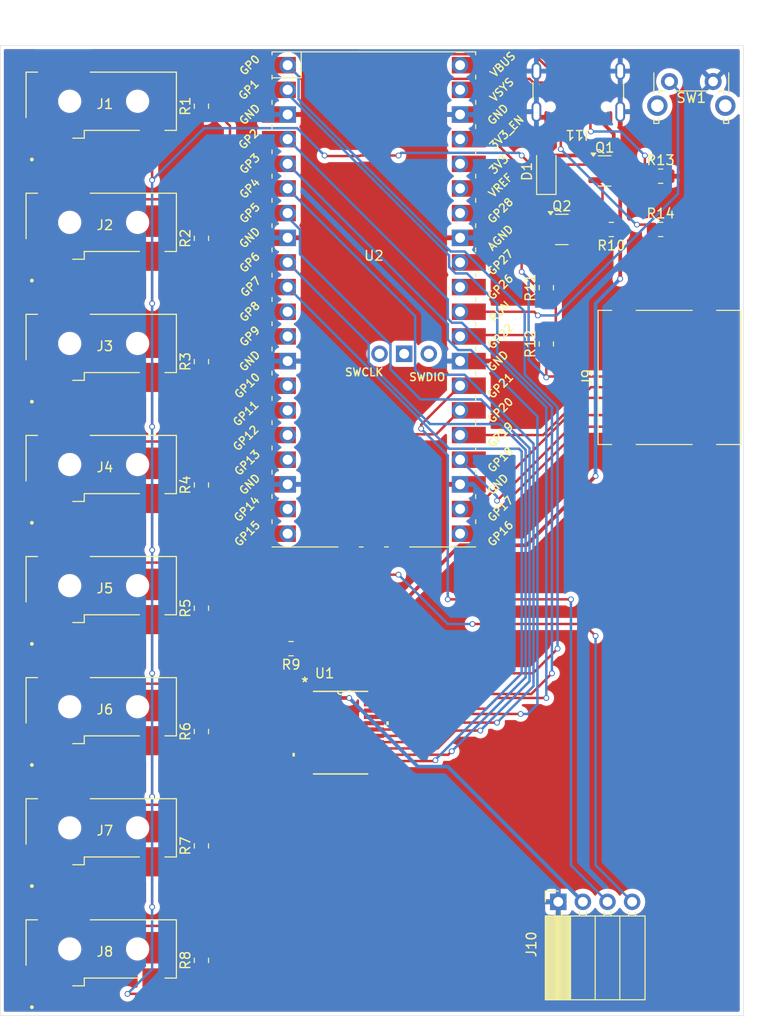
<source format=kicad_pcb>
(kicad_pcb (version 20240108) (generator "pcbnew") (generator_version "8.0")
  (layers (0 "F.Cu" signal) (31 "B.Cu" signal) (34 "B.Paste" user) (35 "F.Paste" user) (36 "B.SilkS" user "B.Silkscreen") (37 "F.SilkS" user "F.Silkscreen") (38 "B.Mask" user) (39 "F.Mask" user) (44 "Edge.Cuts" user))
  (net 0 "")
  (net 2 "GND")
  (net 10 "Net-(D1-K)")
  (net 11 "/D0")
  (net 12 "+5V_SWITCHED")
  (net 13 "/D1")
  (net 14 "/D2")
  (net 15 "/D3")
  (net 16 "/D4")
  (net 17 "/D5")
  (net 18 "/D6")
  (net 19 "/D7")
  (net 21 "/SCLK")
  (net 22 "/MISO")
  (net 23 "/CS")
  (net 24 "/MOSI")
  (net 34 "+5V")
  (net 36 "+3V3")
  (net 39 "/SCL")
  (net 40 "/SDA")
  (net 42 "Net-(U2-RUN)")
  (net 45 "/ADC0")
  (net 46 "/ADC1")
  (net 47 "/USB_DM")
  (net 48 "/USB_DP")
  (net 49 "Net-(Q1-G)")
  (net 50 "/GPIO22")
  (net 51 "Net-(Q2-B)")
  (net 52 "/GPIO15")
  (net 53 "/GPIO6")
  (net 54 "/GPIO4")
  (net 55 "/GPIO1")
  (net 56 "/GPIO0")
  (net 57 "/GPIO3")
  (net 58 "/GPIO5")
  (net 59 "/GPIO7")
  (net 60 "/GPIO2")
  (footprint "Resistor_SMD:R_0805_2012Metric" (layer "F.Cu") (at 35.56 72.0325 90)
    (property "Reference" "R5")
    (property "Value" "10k")
  )
  (footprint "SJ-43515RS-SMT-TR:CUI_SJ-43515RS-SMT-TR" (layer "F.Cu") (at 18.08 110.635)
    (property "Reference" "J8")
    (property "Value" "SJ-43515RS-SMT-TR")
  )
  (footprint "SJ-43515RS-SMT-TR:CUI_SJ-43515RS-SMT-TR" (layer "F.Cu") (at 18.08 85.685)
    (property "Reference" "J6")
    (property "Value" "SJ-43515RS-SMT-TR")
  )
  (footprint "Resistor_SMD:R_0805_2012Metric" (layer "F.Cu") (at 71.12 39.0125 90)
    (property "Reference" "R11")
    (property "Value" "22k")
  )
  (footprint "Resistor_SMD:R_0805_2012Metric" (layer "F.Cu") (at 35.56 96.52 90)
    (property "Reference" "R7")
    (property "Value" "10k")
  )
  (footprint "Button_Switch_THT:SW_Tactile_SPST_Angled_PTS645Vx83-2LFS" (layer "F.Cu") (at 83.82 17.78)
    (property "Reference" "SW1")
    (property "Value" "Reset")
  )
  (footprint "Resistor_SMD:R_0805_2012Metric" (layer "F.Cu") (at 77.8275 33.02 180)
    (property "Reference" "R10")
    (property "Value" "10k")
  )
  (footprint "SJ-43515RS-SMT-TR:CUI_SJ-43515RS-SMT-TR" (layer "F.Cu") (at 18.08 73.21)
    (property "Reference" "J5")
    (property "Value" "SJ-43515RS-SMT-TR")
  )
  (footprint "Resistor_SMD:R_0805_2012Metric" (layer "F.Cu") (at 35.56 46.6325 90)
    (property "Reference" "R3")
    (property "Value" "10k")
  )
  (footprint "Connector_PinSocket_2.54mm:PinSocket_1x04_P2.54mm_Horizontal" (layer "F.Cu") (at 72.35 102.28 90)
    (property "Reference" "J10")
    (property "Value" "OLED Header")
  )
  (footprint "Connector_USB:USB_C_Receptacle_GCT_USB4105-xx-A_16P_TopMnt_Horizontal" (layer "F.Cu") (at 74.42 17.78 180)
    (property "Reference" "J11")
    (property "Value" "USB_C_Receptacle_USB2.0_14P")
  )
  (footprint "Resistor_SMD:R_0805_2012Metric" (layer "F.Cu") (at 35.56 84.7325 90)
    (property "Reference" "R6")
    (property "Value" "10k")
  )
  (footprint "Resistor_SMD:R_0805_2012Metric" (layer "F.Cu") (at 35.56 108.3075 90)
    (property "Reference" "R8")
    (property "Value" "10k")
  )
  (footprint "Diode_SMD:D_SOD-123" (layer "F.Cu") (at 71.12 27.05 90)
    (property "Reference" "D1")
    (property "Value" "D_Schottky")
  )
  (footprint "Connector_Card:microSD_HC_Molex_47219-2001" (layer "F.Cu") (at 83.82 48.26 90)
    (property "Reference" "J9")
    (property "Value" "Micro_SD_Card")
  )
  (footprint "Resistor_SMD:R_0805_2012Metric" (layer "F.Cu") (at 35.56 59.3325 90)
    (property "Reference" "R4")
    (property "Value" "10k")
  )
  (footprint "Package_TO_SOT_SMD:SOT-23" (layer "F.Cu") (at 77.1375 26.99)
    (property "Reference" "Q1")
    (property "Value" "PMOS")
  )
  (footprint "Resistor_SMD:R_0805_2012Metric" (layer "F.Cu") (at 44.8075 76.2 180)
    (property "Reference" "R9")
    (property "Value" "10k")
  )
  (footprint "SJ-43515RS-SMT-TR:CUI_SJ-43515RS-SMT-TR" (layer "F.Cu") (at 18.08 23.31)
    (property "Reference" "J1")
    (property "Value" "SJ-43515RS-SMT-TR")
  )
  (footprint "Resistor_SMD:R_0805_2012Metric" (layer "F.Cu") (at 82.9075 33.02)
    (property "Reference" "R14")
    (property "Value" "5k1")
  )
  (footprint "RPi_Pico:RPi_PicoW_SMD_TH" (layer "F.Cu") (at 42.839999 65.72534)
    (property "Reference" "U2")
    (property "Value" "PicoW")
  )
  (footprint "SJ-43515RS-SMT-TR:CUI_SJ-43515RS-SMT-TR" (layer "F.Cu") (at 18.08 48.26)
    (property "Reference" "J3")
    (property "Value" "SJ-43515RS-SMT-TR")
  )
  (footprint "SN74LVCC3245ADBR:DB24" (layer "F.Cu") (at 49.911 84.854999)
    (property "Reference" "U1")
    (property "Value" "SN74LVCC3245ADBR")
  )
  (footprint "Resistor_SMD:R_0805_2012Metric" (layer "F.Cu") (at 71.12 44.8075 90)
    (property "Reference" "R12")
    (property "Value" "22k")
  )
  (footprint "Resistor_SMD:R_0805_2012Metric" (layer "F.Cu") (at 35.56 20.32 90)
    (property "Reference" "R1")
    (property "Value" "10k")
  )
  (footprint "SJ-43515RS-SMT-TR:CUI_SJ-43515RS-SMT-TR" (layer "F.Cu") (at 18.08 98.16)
    (property "Reference" "J7")
    (property "Value" "SJ-43515RS-SMT-TR")
  )
  (footprint "SJ-43515RS-SMT-TR:CUI_SJ-43515RS-SMT-TR" (layer "F.Cu") (at 18.08 35.785)
    (property "Reference" "J2")
    (property "Value" "SJ-43515RS-SMT-TR")
  )
  (footprint "Package_TO_SOT_SMD:SOT-23" (layer "F.Cu") (at 72.7225 33.02)
    (property "Reference" "Q2")
    (property "Value" "MMBT3904")
  )
  (footprint "Resistor_SMD:R_0805_2012Metric" (layer "F.Cu") (at 35.56 33.9325 90)
    (property "Reference" "R2")
    (property "Value" "10k")
  )
  (footprint "SJ-43515RS-SMT-TR:CUI_SJ-43515RS-SMT-TR" (layer "F.Cu") (at 18.08 60.735)
    (property "Reference" "J4")
    (property "Value" "SJ-43515RS-SMT-TR")
  )
  (footprint "Resistor_SMD:R_0805_2012Metric" (layer "F.Cu") (at 82.9075 27.53)
    (property "Reference" "R13")
    (property "Value" "5k1")
  )
  (gr_rect (start 14.818742 14.067845) (end 91.44 113.978785) (stroke (width 0.05)) (fill none) (layer "Edge.Cuts"))
  (segment (start 66.04 20.32) (end 64.35534 18.63534) (width 0.254) (layer "F.Cu") (net 10))
  (segment (start 66.04 24.22) (end 66.04 20.32) (width 0.254) (layer "F.Cu") (net 10))
  (segment (start 71.12 28.7) (end 70.52 28.7) (width 0.254) (layer "F.Cu") (net 10))
  (segment (start 70.52 28.7) (end 66.04 24.22) (width 0.254) (layer "F.Cu") (net 10))
  (segment (start 64.35534 18.63534) (end 62.229999 18.63534) (width 0.254) (layer "F.Cu") (net 10))
  (segment (start 33.5875 17.435) (end 35.56 19.4075) (width 0.254) (layer "F.Cu") (net 11))
  (segment (start 38.5064 66.04) (end 39.7256 67.2592) (width 0.254) (layer "F.Cu") (net 11))
  (segment (start 35.56 19.4075) (end 38.5064 22.3539) (width 0.254) (layer "F.Cu") (net 11))
  (segment (start 45.124035 82.579997) (end 46.482 82.579997) (width 0.254) (layer "F.Cu") (net 11))
  (segment (start 39.7256 67.2592) (end 39.7256 77.181562) (width 0.254) (layer "F.Cu") (net 11))
  (segment (start 19.98 17.435) (end 33.5875 17.435) (width 0.254) (layer "F.Cu") (net 11))
  (segment (start 38.5064 22.3539) (end 38.5064 66.04) (width 0.254) (layer "F.Cu") (net 11))
  (segment (start 39.7256 77.181562) (end 45.124035 82.579997) (width 0.254) (layer "F.Cu") (net 11))
  (segment (start 30.48 53.34) (end 30.48 49.385) (width 0.254) (layer "F.Cu") (net 12))
  (segment (start 55.88 25.4) (end 51.944945 25.4) (width 0.254) (layer "F.Cu") (net 12))
  (segment (start 30.48 99.285) (end 30.48 102.817555) (width 0.254) (layer "F.Cu") (net 12))
  (segment (start 48.31234 25.45234) (end 48.26 25.4) (width 0.254) (layer "F.Cu") (net 12))
  (segment (start 27.94 111.76) (end 30.48 111.76) (width 0.254) (layer "F.Cu") (net 12))
  (segment (start 30.48 91.44) (end 30.48 85.685) (width 0.254) (layer "F.Cu") (net 12))
  (segment (start 69.52 26.34) (end 68.58 25.4) (width 0.254) (layer "F.Cu") (net 12))
  (segment (start 51.892605 25.45234) (end 48.31234 25.45234) (width 0.254) (layer "F.Cu") (net 12))
  (segment (start 30.48 24.435) (end 30.48 27.94) (width 0.254) (layer "F.Cu") (net 12))
  (segment (start 30.48 40.64) (end 30.48 36.91) (width 0.254) (layer "F.Cu") (net 12))
  (segment (start 30.48 74.335) (end 30.48 78.74) (width 0.254) (layer "F.Cu") (net 12))
  (segment (start 76.2 26.04) (end 75.9 26.34) (width 0.254) (layer "F.Cu") (net 12))
  (segment (start 30.48 61.86) (end 30.48 66.04) (width 0.254) (layer "F.Cu") (net 12))
  (segment (start 75.9 26.34) (end 69.52 26.34) (width 0.254) (layer "F.Cu") (net 12))
  (segment (start 51.944945 25.4) (end 51.892605 25.45234) (width 0.254) (layer "F.Cu") (net 12))
  (via (at 30.48 40.64) (size 0.6) (drill 0.4) (layers "F.Cu" "B.Cu") (net 12))
  (via (at 55.88 25.4) (size 0.6) (drill 0.4) (layers "F.Cu" "B.Cu") (net 12))
  (via (at 30.48 91.44) (size 0.6) (drill 0.4) (layers "F.Cu" "B.Cu") (net 12))
  (via (at 30.48 27.94) (size 0.6) (drill 0.4) (layers "F.Cu" "B.Cu") (net 12))
  (via (at 27.94 111.76) (size 0.6) (drill 0.4) (layers "F.Cu" "B.Cu") (net 12))
  (via (at 30.48 66.04) (size 0.6) (drill 0.4) (layers "F.Cu" "B.Cu") (net 12))
  (via (at 48.26 25.4) (size 0.6) (drill 0.4) (layers "F.Cu" "B.Cu") (net 12))
  (via (at 30.48 53.34) (size 0.6) (drill 0.4) (layers "F.Cu" "B.Cu") (net 12))
  (via (at 68.58 25.4) (size 0.6) (drill 0.4) (layers "F.Cu" "B.Cu") (net 12))
  (via (at 30.48 78.74) (size 0.6) (drill 0.4) (layers "F.Cu" "B.Cu") (net 12))
  (via (at 30.48 102.817555) (size 0.6) (drill 0.4) (layers "F.Cu" "B.Cu") (net 12))
  (segment (start 30.48 102.817555) (end 30.48 109.22) (width 0.254) (layer "B.Cu") (net 12))
  (segment (start 30.48 66.04) (end 30.48 78.74) (width 0.254) (layer "B.Cu") (net 12))
  (segment (start 68.58 25.4) (end 68.30594 25.12594) (width 0.254) (layer "B.Cu") (net 12))
  (segment (start 30.48 40.64) (end 30.48 53.34) (width 0.254) (layer "B.Cu") (net 12))
  (segment (start 30.48 91.44) (end 30.48 102.817555) (width 0.254) (layer "B.Cu") (net 12))
  (segment (start 45.44594 22.58594) (end 35.83406 22.58594) (width 0.254) (layer "B.Cu") (net 12))
  (segment (start 68.30594 25.12594) (end 56.15406 25.12594) (width 0.254) (layer "B.Cu") (net 12))
  (segment (start 35.83406 22.58594) (end 30.48 27.94) (width 0.254) (layer "B.Cu") (net 12))
  (segment (start 30.48 109.22) (end 27.94 111.76) (width 0.254) (layer "B.Cu") (net 12))
  (segment (start 56.15406 25.12594) (end 55.88 25.4) (width 0.254) (layer "B.Cu") (net 12))
  (segment (start 30.48 27.94) (end 30.48 40.64) (width 0.254) (layer "B.Cu") (net 12))
  (segment (start 48.26 25.4) (end 45.44594 22.58594) (width 0.254) (layer "B.Cu") (net 12))
  (segment (start 30.48 78.74) (end 30.48 91.44) (width 0.254) (layer "B.Cu") (net 12))
  (segment (start 30.48 53.34) (end 30.48 66.04) (width 0.254) (layer "B.Cu") (net 12))
  (segment (start 34.29 42.981888) (end 38.1 46.791888) (width 0.254) (layer "F.Cu") (net 13))
  (segment (start 34.29 33.02) (end 34.29 42.981888) (width 0.254) (layer "F.Cu") (net 13))
  (segment (start 38.1 46.791888) (end 38.1 68.58) (width 0.254) (layer "F.Cu") (net 13))
  (segment (start 32.45 29.91) (end 34.29 31.75) (width 0.254) (layer "F.Cu") (net 13))
  (segment (start 39.3192 69.7992) (end 39.3192 77.349898) (width 0.254) (layer "F.Cu") (net 13))
  (segment (start 34.29 31.75) (end 34.29 33.02) (width 0.254) (layer "F.Cu") (net 13))
  (segment (start 39.3192 77.349898) (end 45.1993 83.229998) (width 0.254) (layer "F.Cu") (net 13))
  (segment (start 38.1 68.58) (end 39.3192 69.7992) (width 0.254) (layer "F.Cu") (net 13))
  (segment (start 19.98 29.91) (end 32.45 29.91) (width 0.254) (layer "F.Cu") (net 13))
  (segment (start 45.1993 83.229998) (end 46.482 83.229998) (width 0.254) (layer "F.Cu") (net 13))
  (segment (start 35.56 33.02) (end 34.29 33.02) (width 0.254) (layer "F.Cu") (net 13))
  (segment (start 35.56 45.72) (end 37.326677 47.486677) (width 0.254) (layer "F.Cu") (net 14))
  (segment (start 38.9128 73.323328) (end 38.9128 77.668762) (width 0.254) (layer "F.Cu") (net 14))
  (segment (start 37.326677 71.737205) (end 38.9128 73.323328) (width 0.254) (layer "F.Cu") (net 14))
  (segment (start 38.9128 77.668762) (end 45.124035 83.879997) (width 0.254) (layer "F.Cu") (net 14))
  (segment (start 45.124035 83.879997) (end 46.482 83.879997) (width 0.254) (layer "F.Cu") (net 14))
  (segment (start 37.326677 47.486677) (end 37.326677 71.737205) (width 0.254) (layer "F.Cu") (net 14))
  (segment (start 46.482 83.879997) (end 45.969401 83.879997) (width 0.254) (layer "F.Cu") (net 14))
  (segment (start 38.5064 73.491664) (end 38.5064 77.837098) (width 0.254) (layer "F.Cu") (net 15))
  (segment (start 32 54.86) (end 35.56 58.42) (width 0.254) (layer "F.Cu") (net 15))
  (segment (start 19.98 54.86) (end 32 54.86) (width 0.254) (layer "F.Cu") (net 15))
  (segment (start 45.1993 84.529998) (end 46.482 84.529998) (width 0.254) (layer "F.Cu") (net 15))
  (segment (start 36.920277 71.905541) (end 38.5064 73.491664) (width 0.254) (layer "F.Cu") (net 15))
  (segment (start 35.56 58.42) (end 36.920277 59.780277) (width 0.254) (layer "F.Cu") (net 15))
  (segment (start 38.5064 77.837098) (end 45.1993 84.529998) (width 0.254) (layer "F.Cu") (net 15))
  (segment (start 36.920277 59.780277) (end 36.920277 71.905541) (width 0.254) (layer "F.Cu") (net 15))
  (segment (start 45.1993 85.179997) (end 46.482 85.179997) (width 0.254) (layer "F.Cu") (net 16))
  (segment (start 31.775 67.335) (end 35.56 71.12) (width 0.254) (layer "F.Cu") (net 16))
  (segment (start 38.1 73.66) (end 38.1 78.080697) (width 0.254) (layer "F.Cu") (net 16))
  (segment (start 19.98 67.335) (end 31.775 67.335) (width 0.254) (layer "F.Cu") (net 16))
  (segment (start 35.56 71.12) (end 38.1 73.66) (width 0.254) (layer "F.Cu") (net 16))
  (segment (start 38.1 78.080697) (end 45.1993 85.179997) (width 0.254) (layer "F.Cu") (net 16))
  (segment (start 31.55 79.81) (end 35.56 83.82) (width 0.254) (layer "F.Cu") (net 17))
  (segment (start 37.569998 85.829998) (end 46.482 85.829998) (width 0.254) (layer "F.Cu") (net 17))
  (segment (start 35.56 83.82) (end 37.569998 85.829998) (width 0.254) (layer "F.Cu") (net 17))
  (segment (start 19.98 79.81) (end 31.55 79.81) (width 0.254) (layer "F.Cu") (net 17))
  (segment (start 22.78 92.285) (end 32.2375 92.285) (width 0.254) (layer "F.Cu") (net 18))
  (segment (start 44.687503 86.479997) (end 46.482 86.479997) (width 0.254) (layer "F.Cu") (net 18))
  (segment (start 32.2375 92.285) (end 35.56 95.6075) (width 0.254) (layer "F.Cu") (net 18))
  (segment (start 19.98 92.285) (end 22.78 92.285) (width 0.254) (layer "F.Cu") (net 18))
  (segment (start 35.56 95.6075) (end 44.687503 86.479997) (width 0.254) (layer "F.Cu") (net 18))
  (segment (start 32.925 104.76) (end 35.56 107.395) (width 0.254) (layer "F.Cu") (net 19))
  (segment (start 35.56 107.395) (end 43.18 99.775) (width 0.254) (layer "F.Cu") (net 19))
  (segment (start 19.98 104.76) (end 22.78 104.76) (width 0.254) (layer "F.Cu") (net 19))
  (segment (start 22.78 104.76) (end 32.925 104.76) (width 0.254) (layer "F.Cu") (net 19))
  (segment (start 45.1993 87.129998) (end 46.482 87.129998) (width 0.254) (layer "F.Cu") (net 19))
  (segment (start 43.18 99.775) (end 43.18 89.149298) (width 0.254) (layer "F.Cu") (net 19))
  (segment (start 43.18 89.149298) (end 45.1993 87.129998) (width 0.254) (layer "F.Cu") (net 19))
  (segment (start 82.3288 47.065) (end 82.7494 47.4856) (width 0.254) (layer "F.Cu") (net 21))
  (segment (start 74.8556 52.1444) (end 66.04 60.96) (width 0.254) (layer "F.Cu") (net 21))
  (segment (start 82.7494 47.4856) (end 82.7494 52.1444) (width 0.254) (layer "F.Cu") (net 21))
  (segment (start 81.72 47.065) (end 82.3288 47.065) (width 0.254) (layer "F.Cu") (net 21))
  (segment (start 82.7494 52.1444) (end 74.8556 52.1444) (width 0.254) (layer "F.Cu") (net 21))
  (via (at 66.04 60.96) (size 0.6) (drill 0.4) (layers "F.Cu" "B.Cu") (net 21))
  (segment (start 66.04 60.96) (end 66.04 60.545341) (width 0.254) (layer "B.Cu") (net 21))
  (segment (start 66.04 60.545341) (end 62.229999 56.73534) (width 0.254) (layer "B.Cu") (net 21))
  (segment (start 83.1558 45.692) (end 83.1558 52.312736) (width 0.254) (layer "F.Cu") (net 22))
  (segment (start 82.3288 44.865) (end 83.1558 45.692) (width 0.254) (layer "F.Cu") (net 22))
  (segment (start 74.764139 53.34) (end 63.748799 64.35534) (width 0.254) (layer "F.Cu") (net 22))
  (segment (start 81.72 44.865) (end 82.3288 44.865) (width 0.254) (layer "F.Cu") (net 22))
  (segment (start 82.128536 53.34) (end 74.764139 53.34) (width 0.254) (layer "F.Cu") (net 22))
  (segment (start 83.1558 52.312736) (end 82.128536 53.34) (width 0.254) (layer "F.Cu") (net 22))
  (segment (start 63.748799 64.35534) (end 62.229999 64.35534) (width 0.254) (layer "F.Cu") (net 22))
  (segment (start 75.199139 50.365) (end 63.748799 61.81534) (width 0.254) (layer "F.Cu") (net 23))
  (segment (start 63.748799 61.81534) (end 62.229999 61.81534) (width 0.254) (layer "F.Cu") (net 23))
  (segment (start 81.72 50.365) (end 75.199139 50.365) (width 0.254) (layer "F.Cu") (net 23))
  (segment (start 70.794063 54.19534) (end 62.229999 54.19534) (width 0.254) (layer "F.Cu") (net 24))
  (segment (start 75.724403 49.265) (end 70.794063 54.19534) (width 0.254) (layer "F.Cu") (net 24))
  (segment (start 81.72 49.265) (end 75.724403 49.265) (width 0.254) (layer "F.Cu") (net 24))
  (segment (start 76.82 21.936222) (end 76.82 21.46) (width 0.381) (layer "F.Cu") (net 34))
  (segment (start 78.075 23.191222) (end 76.82 21.936222) (width 0.381) (layer "F.Cu") (net 34))
  (segment (start 78.74 38.1) (end 78.74 33.02) (width 0.381) (layer "F.Cu") (net 34))
  (segment (start 78.74 27.655) (end 78.075 26.99) (width 0.381) (layer "F.Cu") (net 34))
  (segment (start 78.075 26.99) (end 78.075 25.4) (width 0.381) (layer "F.Cu") (net 34))
  (segment (start 78.075 25.4) (end 78.075 23.191222) (width 0.381) (layer "F.Cu") (net 34))
  (segment (start 72.02 24.5) (end 72.02 21.46) (width 0.381) (layer "F.Cu") (net 34))
  (segment (start 69.07176 65.54824) (end 76.2 58.42) (width 0.381) (layer "F.Cu") (net 34))
  (segment (start 62.21376 65.54824) (end 69.07176 65.54824) (width 0.381) (layer "F.Cu") (net 34))
  (segment (start 78.74 33.02) (end 78.74 27.655) (width 0.381) (layer "F.Cu") (net 34))
  (segment (start 46.482 81.28) (end 62.21376 65.54824) (width 0.381) (layer "F.Cu") (net 34))
  (segment (start 71.12 25.4) (end 71.1229 25.3971) (width 0.381) (layer "F.Cu") (net 34))
  (segment (start 78.0721 25.3971) (end 78.075 25.4) (width 0.381) (layer "F.Cu") (net 34))
  (segment (start 50.8 81.28) (end 46.482 81.28) (width 0.381) (layer "F.Cu") (net 34))
  (segment (start 71.1229 25.3971) (end 78.0721 25.3971) (width 0.381) (layer "F.Cu") (net 34))
  (segment (start 71.12 25.4) (end 72.02 24.5) (width 0.381) (layer "F.Cu") (net 34))
  (via (at 78.74 38.1) (size 0.6) (drill 0.4) (layers "F.Cu" "B.Cu") (net 34))
  (via (at 76.2 58.42) (size 0.6) (drill 0.4) (layers "F.Cu" "B.Cu") (net 34))
  (via (at 50.8 81.28) (size 0.6) (drill 0.4) (layers "F.Cu" "B.Cu") (net 34))
  (segment (start 57.872298 88.352298) (end 50.8 81.28) (width 0.381) (layer "B.Cu") (net 34))
  (segment (start 76.2 58.42) (end 76.2 40.64) (width 0.381) (layer "B.Cu") (net 34))
  (segment (start 74.89 102.28) (end 60.962298 88.352298) (width 0.381) (layer "B.Cu") (net 34))
  (segment (start 76.2 40.64) (end 78.74 38.1) (width 0.381) (layer "B.Cu") (net 34))
  (segment (start 60.962298 88.352298) (end 57.872298 88.352298) (width 0.381) (layer "B.Cu") (net 34))
  (segment (start 68.58 37.385) (end 71.12 39.925) (width 0.254) (layer "F.Cu") (net 36))
  (segment (start 71.215 48.165) (end 71.12 48.26) (width 0.254) (layer "F.Cu") (net 36))
  (segment (start 71.12 48.26) (end 71.12 45.72) (width 0.254) (layer "F.Cu") (net 36))
  (segment (start 81.72 48.165) (end 71.215 48.165) (width 0.254) (layer "F.Cu") (net 36))
  (segment (start 63.748799 26.25534) (end 68.58 31.086541) (width 0.254) (layer "F.Cu") (net 36))
  (segment (start 62.229999 26.25534) (end 63.748799 26.25534) (width 0.254) (layer "F.Cu") (net 36))
  (segment (start 68.58 31.086541) (end 68.58 37.385) (width 0.254) (layer "F.Cu") (net 36))
  (via (at 71.12 48.26) (size 0.6) (drill 0.4) (layers "F.Cu" "B.Cu") (net 36))
  (via (at 68.58 37.385) (size 0.6) (drill 0.4) (layers "F.Cu" "B.Cu") (net 36))
  (segment (start 69.297072 38.102072) (end 69.297072 46.437072) (width 0.254) (layer "B.Cu") (net 36))
  (segment (start 69.297072 46.437072) (end 71.12 48.26) (width 0.254) (layer "B.Cu") (net 36))
  (segment (start 68.58 37.385) (end 69.297072 38.102072) (width 0.254) (layer "B.Cu") (net 36))
  (segment (start 73.66 71.12) (end 60.96 71.12) (width 0.254) (layer "F.Cu") (net 39))
  (segment (start 58.217632 53.127707) (end 62.229999 49.11534) (width 0.254) (layer "F.Cu") (net 39))
  (segment (start 58.217632 53.542369) (end 58.217632 53.127707) (width 0.254) (layer "F.Cu") (net 39))
  (via (at 58.217632 53.542369) (size 0.6) (drill 0.4) (layers "F.Cu" "B.Cu") (net 39))
  (via (at 73.66 71.12) (size 0.6) (drill 0.4) (layers "F.Cu" "B.Cu") (net 39))
  (via (at 60.96 71.12) (size 0.6) (drill 0.4) (layers "F.Cu" "B.Cu") (net 39))
  (segment (start 60.96 71.12) (end 60.96 56.284737) (width 0.254) (layer "B.Cu") (net 39))
  (segment (start 73.66 98.51) (end 73.66 71.12) (width 0.254) (layer "B.Cu") (net 39))
  (segment (start 60.96 56.284737) (end 58.217632 53.542369) (width 0.254) (layer "B.Cu") (net 39))
  (segment (start 77.43 102.28) (end 73.66 98.51) (width 0.254) (layer "B.Cu") (net 39))
  (segment (start 74.97 73.66) (end 63.5 73.66) (width 0.254) (layer "F.Cu") (net 40))
  (segment (start 46.112999 57.172734) (end 46.112999 66.432999) (width 0.254) (layer "F.Cu") (net 40))
  (segment (start 76.2 74.89) (end 74.97 73.66) (width 0.254) (layer "F.Cu") (net 40))
  (segment (start 46.112999 66.432999) (end 48.26 68.58) (width 0.254) (layer "F.Cu") (net 40))
  (segment (start 48.26 68.58) (end 55.88 68.58) (width 0.254) (layer "F.Cu") (net 40))
  (segment (start 49.163964 54.121769) (end 46.112999 57.172734) (width 0.254) (layer "F.Cu") (net 40))
  (segment (start 62.229999 51.65534) (end 59.76357 54.121769) (width 0.254) (layer "F.Cu") (net 40))
  (segment (start 59.76357 54.121769) (end 49.163964 54.121769) (width 0.254) (layer "F.Cu") (net 40))
  (via (at 63.5 73.66) (size 0.6) (drill 0.4) (layers "F.Cu" "B.Cu") (net 40))
  (via (at 76.2 74.89) (size 0.6) (drill 0.4) (layers "F.Cu" "B.Cu") (net 40))
  (via (at 55.88 68.58) (size 0.6) (drill 0.4) (layers "F.Cu" "B.Cu") (net 40))
  (segment (start 55.88 68.58) (end 60.96 73.66) (width 0.254) (layer "B.Cu") (net 40))
  (segment (start 60.96 73.66) (end 63.5 73.66) (width 0.254) (layer "B.Cu") (net 40))
  (segment (start 76.2 74.89) (end 76.2 98.51) (width 0.254) (layer "B.Cu") (net 40))
  (segment (start 76.2 98.51) (end 79.97 102.28) (width 0.254) (layer "B.Cu") (net 40))
  (segment (start 70.249901 41.87624) (end 69.869001 41.49534) (width 0.254) (layer "F.Cu") (net 42))
  (segment (start 69.869001 41.49534) (end 62.229999 41.49534) (width 0.254) (layer "F.Cu") (net 42))
  (via (at 70.249901 41.87624) (size 0.6) (drill 0.4) (layers "F.Cu" "B.Cu") (net 42))
  (segment (start 83.82 17.78) (end 84.694999 18.654999) (width 0.254) (layer "B.Cu") (net 42))
  (segment (start 84.694999 18.654999) (end 84.694999 29.355101) (width 0.254) (layer "B.Cu") (net 42))
  (segment (start 84.694999 29.355101) (end 72.17386 41.87624) (width 0.254) (layer "B.Cu") (net 42))
  (segment (start 72.17386 41.87624) (end 70.249901 41.87624) (width 0.254) (layer "B.Cu") (net 42))
  (segment (start 81.28 26.815) (end 81.995 27.53) (width 0.254) (layer "F.Cu") (net 45))
  (segment (start 75.67 22.877742) (end 75.720725 22.928467) (width 0.254) (layer "F.Cu") (net 45))
  (segment (start 81.28 25.4) (end 81.28 26.815) (width 0.254) (layer "F.Cu") (net 45))
  (segment (start 75.67 21.46) (end 75.67 22.877742) (width 0.254) (layer "F.Cu") (net 45))
  (via (at 81.28 25.4) (size 0.6) (drill 0.4) (layers "F.Cu" "B.Cu") (net 45))
  (via (at 75.720725 22.928467) (size 0.6) (drill 0.4) (layers "F.Cu" "B.Cu") (net 45))
  (segment (start 78.808467 22.928467) (end 81.28 25.4) (width 0.254) (layer "B.Cu") (net 45))
  (segment (start 75.720725 22.928467) (end 78.808467 22.928467) (width 0.254) (layer "B.Cu") (net 45))
  (segment (start 81.491453 32.516453) (end 81.995 33.02) (width 0.254) (layer "F.Cu") (net 46))
  (segment (start 72.613963 22.094313) (end 72.613963 24.746028) (width 0.254) (layer "F.Cu") (net 46))
  (segment (start 72.67 21.46) (end 72.67 22.038276) (width 0.254) (layer "F.Cu") (net 46))
  (segment (start 80.464023 32.516453) (end 81.491453 32.516453) (width 0.254) (layer "F.Cu") (net 46))
  (segment (start 72.67 22.038276) (end 72.613963 22.094313) (width 0.254) (layer "F.Cu") (net 46))
  (via (at 80.464023 32.516453) (size 0.6) (drill 0.4) (layers "F.Cu" "B.Cu") (net 46))
  (via (at 72.613963 24.746028) (size 0.6) (drill 0.4) (layers "F.Cu" "B.Cu") (net 46))
  (segment (start 72.613963 24.746028) (end 80.384388 32.516453) (width 0.254) (layer "B.Cu") (net 46))
  (segment (start 80.384388 32.516453) (end 80.464023 32.516453) (width 0.254) (layer "B.Cu") (net 46))
  (segment (start 54.339999 15.92534) (end 55.299399 14.96594) (width 0.254) (layer "F.Cu") (net 47))
  (segment (start 74.17 20.881724) (end 74.731724 20.32) (width 0.254) (layer "F.Cu") (net 47))
  (segment (start 75.17 20.758276) (end 75.17 21.46) (width 0.254) (layer "F.Cu") (net 47))
  (segment (start 69.863178 14.96594) (end 74.731724 19.834486) (width 0.254) (layer "F.Cu") (net 47))
  (segment (start 74.17 21.46) (end 74.17 20.881724) (width 0.254) (layer "F.Cu") (net 47))
  (segment (start 74.731724 19.834486) (end 74.731724 20.32) (width 0.254) (layer "F.Cu") (net 47))
  (segment (start 74.731724 20.32) (end 75.17 20.758276) (width 0.254) (layer "F.Cu") (net 47))
  (segment (start 55.299399 14.96594) (end 69.863178 14.96594) (width 0.254) (layer "F.Cu") (net 47))
  (segment (start 69.398702 17.50594) (end 69.777162 17.8844) (width 0.254) (layer "F.Cu") (net 48))
  (segment (start 69.777162 17.8844) (end 71.2244 17.8844) (width 0.254) (layer "F.Cu") (net 48))
  (segment (start 74.67 22.038276) (end 74.67 21.46) (width 0.254) (layer "F.Cu") (net 48))
  (segment (start 71.2244 17.8844) (end 73.67 20.33) (width 0.254) (layer "F.Cu") (net 48))
  (segment (start 73.67 20.33) (end 73.67 21.46) (width 0.254) (layer "F.Cu") (net 48))
  (segment (start 53.920599 17.50594) (end 69.398702 17.50594) (width 0.254) (layer "F.Cu") (net 48))
  (segment (start 73.67 22.038276) (end 73.946124 22.3144) (width 0.254) (layer "F.Cu") (net 48))
  (segment (start 52.339999 15.92534) (end 53.920599 17.50594) (width 0.254) (layer "F.Cu") (net 48))
  (segment (start 73.67 21.46) (end 73.67 22.038276) (width 0.254) (layer "F.Cu") (net 48))
  (segment (start 74.393876 22.3144) (end 74.67 22.038276) (width 0.254) (layer "F.Cu") (net 48))
  (segment (start 73.946124 22.3144) (end 74.393876 22.3144) (width 0.254) (layer "F.Cu") (net 48))
  (segment (start 73.66 33.02) (end 76.915 33.02) (width 0.254) (layer "F.Cu") (net 49))
  (segment (start 76.915 33.02) (end 76.915 28.655) (width 0.254) (layer "F.Cu") (net 49))
  (segment (start 76.915 28.655) (end 76.2 27.94) (width 0.254) (layer "F.Cu") (net 49))
  (segment (start 71.785 33.97) (end 72.0994 34.2844) (width 0.254) (layer "F.Cu") (net 50))
  (segment (start 72.0994 34.2844) (end 72.0994 42.9156) (width 0.254) (layer "F.Cu") (net 50))
  (segment (start 71.12 43.895) (end 62.370339 43.895) (width 0.254) (layer "F.Cu") (net 50))
  (segment (start 62.370339 43.895) (end 62.229999 44.03534) (width 0.254) (layer "F.Cu") (net 50))
  (segment (start 72.0994 42.9156) (end 71.12 43.895) (width 0.254) (layer "F.Cu") (net 50))
  (segment (start 70.7681 33.0869) (end 71.785 32.07) (width 0.254) (layer "F.Cu") (net 51))
  (segment (start 70.7681 37.7481) (end 70.7681 33.0869) (width 0.254) (layer "F.Cu") (net 51))
  (segment (start 71.12 38.1) (end 70.7681 37.7481) (width 0.254) (layer "F.Cu") (net 51))
  (segment (start 45.1993 81.929999) (end 46.482 81.929999) (width 0.254) (layer "F.Cu") (net 52))
  (segment (start 43.895 76.2) (end 43.895 80.625699) (width 0.254) (layer "F.Cu") (net 52))
  (segment (start 43.895 80.625699) (end 45.1993 81.929999) (width 0.254) (layer "F.Cu") (net 52))
  (segment (start 61.369698 86.769698) (end 61.009398 87.129998) (width 0.254) (layer "F.Cu") (net 53))
  (segment (start 61.009398 87.129998) (end 53.34 87.129998) (width 0.254) (layer "F.Cu") (net 53))
  (via (at 61.369698 86.769698) (size 0.6) (drill 0.4) (layers "F.Cu" "B.Cu") (net 53))
  (segment (start 44.449999 36.41534) (end 52.794699 44.76004) (width 0.254) (layer "B.Cu") (net 53))
  (segment (start 68.9864 55.711664) (end 68.9864 79.152996) (width 0.254) (layer "B.Cu") (net 53))
  (segment (start 52.794699 44.76004) (end 52.794699 46.725304) (width 0.254) (layer "B.Cu") (net 53))
  (segment (start 66.340676 53.06594) (end 68.9864 55.711664) (width 0.254) (layer "B.Cu") (net 53))
  (segment (start 52.794699 46.725304) (end 59.135335 53.06594) (width 0.254) (layer "B.Cu") (net 53))
  (segment (start 59.135335 53.06594) (end 66.340676 53.06594) (width 0.254) (layer "B.Cu") (net 53))
  (segment (start 68.9864 79.152996) (end 61.369698 86.769698) (width 0.254) (layer "B.Cu") (net 53))
  (segment (start 58.950002 85.829998) (end 53.34 85.829998) (width 0.254) (layer "F.Cu") (net 54))
  (segment (start 66.04 83.82) (end 60.96 83.82) (width 0.254) (layer "F.Cu") (net 54))
  (segment (start 60.96 83.82) (end 58.950002 85.829998) (width 0.254) (layer "F.Cu") (net 54))
  (via (at 66.04 83.82) (size 0.6) (drill 0.4) (layers "F.Cu" "B.Cu") (net 54))
  (segment (start 69.7992 80.0608) (end 66.04 83.82) (width 0.254) (layer "B.Cu") (net 54))
  (segment (start 58.69406 47.98594) (end 62.697812 47.98594) (width 0.254) (layer "B.Cu") (net 54))
  (segment (start 69.7992 55.087328) (end 69.7992 80.0608) (width 0.254) (layer "B.Cu") (net 54))
  (segment (start 58.42 48.26) (end 58.69406 47.98594) (width 0.254) (layer "B.Cu") (net 54))
  (segment (start 57.593499 41.93884) (end 57.593499 47.433499) (width 0.254) (layer "B.Cu") (net 54))
  (segment (start 62.697812 47.98594) (end 69.7992 55.087328) (width 0.254) (layer "B.Cu") (net 54))
  (segment (start 44.449999 28.79534) (end 57.593499 41.93884) (width 0.254) (layer "B.Cu") (net 54))
  (segment (start 57.593499 47.433499) (end 58.42 48.26) (width 0.254) (layer "B.Cu") (net 54))
  (segment (start 62.182192 80.8736) (end 59.175792 83.88) (width 0.254) (layer "F.Cu") (net 55))
  (segment (start 69.5658 80.8736) (end 62.182192 80.8736) (width 0.254) (layer "F.Cu") (net 55))
  (segment (start 71.6994 78.74) (end 69.5658 80.8736) (width 0.254) (layer "F.Cu") (net 55))
  (segment (start 59.175792 83.88) (end 53.34 83.88) (width 0.254) (layer "F.Cu") (net 55))
  (via (at 71.6994 78.74) (size 0.6) (drill 0.4) (layers "F.Cu" "B.Cu") (net 55))
  (segment (start 44.449999 19.049999) (end 61.100599 35.700599) (width 0.254) (layer "B.Cu") (net 55))
  (segment (start 61.100599 35.700599) (end 61.100599 36.883153) (width 0.254) (layer "B.Cu") (net 55))
  (segment (start 66.063304 40.663304) (end 66.063304 45.696696) (width 0.254) (layer "B.Cu") (net 55))
  (segment (start 44.449999 18.63534) (end 44.449999 19.049999) (width 0.254) (layer "B.Cu") (net 55))
  (segment (start 61.762186 37.54474) (end 62.94474 37.54474) (width 0.254) (layer "B.Cu") (net 55))
  (segment (start 66.063304 45.696696) (end 71.6994 51.332792) (width 0.254) (layer "B.Cu") (net 55))
  (segment (start 62.94474 37.54474) (end 66.063304 40.663304) (width 0.254) (layer "B.Cu") (net 55))
  (segment (start 71.6994 51.332792) (end 71.6994 78.74) (width 0.254) (layer "B.Cu") (net 55))
  (segment (start 61.100599 36.883153) (end 61.762186 37.54474) (width 0.254) (layer "B.Cu") (net 55))
  (segment (start 72.2788 76.2) (end 69.7388 78.74) (width 0.254) (layer "F.Cu") (net 56))
  (segment (start 59.009999 83.230001) (end 53.34 83.230001) (width 0.254) (layer "F.Cu") (net 56))
  (segment (start 69.7388 78.74) (end 63.5 78.74) (width 0.254) (layer "F.Cu") (net 56))
  (segment (start 63.5 78.74) (end 59.009999 83.230001) (width 0.254) (layer "F.Cu") (net 56))
  (via (at 72.2788 76.2) (size 0.6) (drill 0.4) (layers "F.Cu" "B.Cu") (net 56))
  (segment (start 72.2788 51.337456) (end 72.2788 76.2) (width 0.254) (layer "B.Cu") (net 56))
  (segment (start 68.890672 41.4788) (end 68.890672 47.949328) (width 0.254) (layer "B.Cu") (net 56))
  (segment (start 62.697812 35.28594) (end 68.890672 41.4788) (width 0.254) (layer "B.Cu") (net 56))
  (segment (start 68.890672 47.949328) (end 72.2788 51.337456) (width 0.254) (layer "B.Cu") (net 56))
  (segment (start 45.579399 19.604663) (end 61.260676 35.28594) (width 0.254) (layer "B.Cu") (net 56))
  (segment (start 61.260676 35.28594) (end 62.697812 35.28594) (width 0.254) (layer "B.Cu") (net 56))
  (segment (start 45.579399 17.22474) (end 45.579399 19.604663) (width 0.254) (layer "B.Cu") (net 56))
  (segment (start 44.449999 16.09534) (end 45.579399 17.22474) (width 0.254) (layer "B.Cu") (net 56))
  (segment (start 68.473544 82.928465) (end 61.276799 82.928465) (width 0.254) (layer "F.Cu") (net 57))
  (segment (start 59.025264 85.18) (end 53.34 85.18) (width 0.254) (layer "F.Cu") (net 57))
  (segment (start 61.276799 82.928465) (end 59.025264 85.18) (width 0.254) (layer "F.Cu") (net 57))
  (via (at 68.473544 82.928465) (size 0.6) (drill 0.4) (layers "F.Cu" "B.Cu") (net 57))
  (segment (start 60.96 44.362554) (end 60.96 42.765341) (width 0.254) (layer "B.Cu") (net 57))
  (segment (start 68.473544 82.928465) (end 69.210171 82.928465) (width 0.254) (layer "B.Cu") (net 57))
  (segment (start 69.210171 82.928465) (end 70.2056 81.933036) (width 0.254) (layer "B.Cu") (net 57))
  (segment (start 63.359399 45.44594) (end 62.043386 45.44594) (width 0.254) (layer "B.Cu") (net 57))
  (segment (start 62.043386 45.44594) (end 60.96 44.362554) (width 0.254) (layer "B.Cu") (net 57))
  (segment (start 70.2056 81.933036) (end 70.2056 52.292141) (width 0.254) (layer "B.Cu") (net 57))
  (segment (start 70.2056 52.292141) (end 63.359399 45.44594) (width 0.254) (layer "B.Cu") (net 57))
  (segment (start 60.96 42.765341) (end 44.449999 26.25534) (width 0.254) (layer "B.Cu") (net 57))
  (segment (start 64.319396 84.639396) (end 61.749136 84.639396) (width 0.254) (layer "F.Cu") (net 58))
  (segment (start 59.908532 86.48) (end 53.34 86.48) (width 0.254) (layer "F.Cu") (net 58))
  (segment (start 61.749136 84.639396) (end 59.908532 86.48) (width 0.254) (layer "F.Cu") (net 58))
  (via (at 64.319396 84.639396) (size 0.6) (drill 0.4) (layers "F.Cu" "B.Cu") (net 58))
  (segment (start 44.449999 31.749999) (end 45.72 33.02) (width 0.254) (layer "B.Cu") (net 58))
  (segment (start 45.72 35.56) (end 55.053499 44.893499) (width 0.254) (layer "B.Cu") (net 58))
  (segment (start 45.72 33.02) (end 45.72 35.56) (width 0.254) (layer "B.Cu") (net 58))
  (segment (start 55.053499 44.893499) (end 55.053499 47.433499) (width 0.254) (layer "B.Cu") (net 58))
  (segment (start 69.3928 55.543328) (end 69.3928 79.565992) (width 0.254) (layer "B.Cu") (net 58))
  (segment (start 44.449999 31.33534) (end 44.449999 31.749999) (width 0.254) (layer "B.Cu") (net 58))
  (segment (start 58.14594 50.52594) (end 64.375412 50.52594) (width 0.254) (layer "B.Cu") (net 58))
  (segment (start 55.053499 47.433499) (end 58.14594 50.52594) (width 0.254) (layer "B.Cu") (net 58))
  (segment (start 69.3928 79.565992) (end 64.319396 84.639396) (width 0.254) (layer "B.Cu") (net 58))
  (segment (start 64.375412 50.52594) (end 69.3928 55.543328) (width 0.254) (layer "B.Cu") (net 58))
  (segment (start 59.69 87.709398) (end 59.619399 87.779999) (width 0.254) (layer "F.Cu") (net 59))
  (segment (start 59.619399 87.779999) (end 53.34 87.779999) (width 0.254) (layer "F.Cu") (net 59))
  (via (at 59.69 87.709398) (size 0.6) (drill 0.4) (layers "F.Cu" "B.Cu") (net 59))
  (segment (start 59.69 87.63) (end 68.58 78.74) (width 0.254) (layer "B.Cu") (net 59))
  (segment (start 68.30594 55.60594) (end 61.100599 55.60594) (width 0.254) (layer "B.Cu") (net 59))
  (segment (start 68.58 78.74) (end 68.58 55.88) (width 0.254) (layer "B.Cu") (net 59))
  (segment (start 68.58 55.88) (end 68.30594 55.60594) (width 0.254) (layer "B.Cu") (net 59))
  (segment (start 59.69 87.709398) (end 59.69 87.63) (width 0.254) (layer "B.Cu") (net 59))
  (segment (start 61.100599 55.60594) (end 44.449999 38.95534) (width 0.254) (layer "B.Cu") (net 59))
  (segment (start 64.933496 82.386504) (end 61.244024 82.386504) (width 0.254) (layer "F.Cu") (net 60))
  (segment (start 71.12 81.28) (end 66.04 81.28) (width 0.254) (layer "F.Cu") (net 60))
  (segment (start 59.100527 84.530001) (end 53.34 84.530001) (width 0.254) (layer "F.Cu") (net 60))
  (segment (start 61.244024 82.386504) (end 59.100527 84.530001) (width 0.254) (layer "F.Cu") (net 60))
  (segment (start 66.04 81.28) (end 64.933496 82.386504) (width 0.254) (layer "F.Cu") (net 60))
  (via (at 71.12 81.28) (size 0.6) (drill 0.4) (layers "F.Cu" "B.Cu") (net 60))
  (segment (start 60.96 40.225341) (end 60.96 42.190605) (width 0.254) (layer "B.Cu") (net 60))
  (segment (start 71.12 51.328128) (end 71.12 71.12) (width 0.254) (layer "B.Cu") (net 60))
  (segment (start 44.449999 23.71534) (end 60.96 40.225341) (width 0.254) (layer "B.Cu") (net 60))
  (segment (start 61.394135 42.62474) (end 62.416612 42.62474) (width 0.254) (layer "B.Cu") (net 60))
  (segment (start 71.12 71.12) (end 71.12 81.28) (width 0.254) (layer "B.Cu") (net 60))
  (segment (start 62.416612 42.62474) (end 71.12 51.328128) (width 0.254) (layer "B.Cu") (net 60))
  (segment (start 60.96 42.190605) (end 61.394135 42.62474) (width 0.254) (layer "B.Cu") (net 60))
  (zone (net 2) (net_name "GND") (layers "F&B.Cu") (connect_pads (clearance 0.5)) (min_thickness 0.25) (fill yes (thermal_gap 0.5) (thermal_bridge_width 0.5))
    (polygon (pts (xy 14.834578 14.074412) (xy 91.439999 14.074812) (xy 91.439999 114.036103) (xy 14.829701 113.958084) (xy 14.829701 113.923893)))
  )
)
</source>
